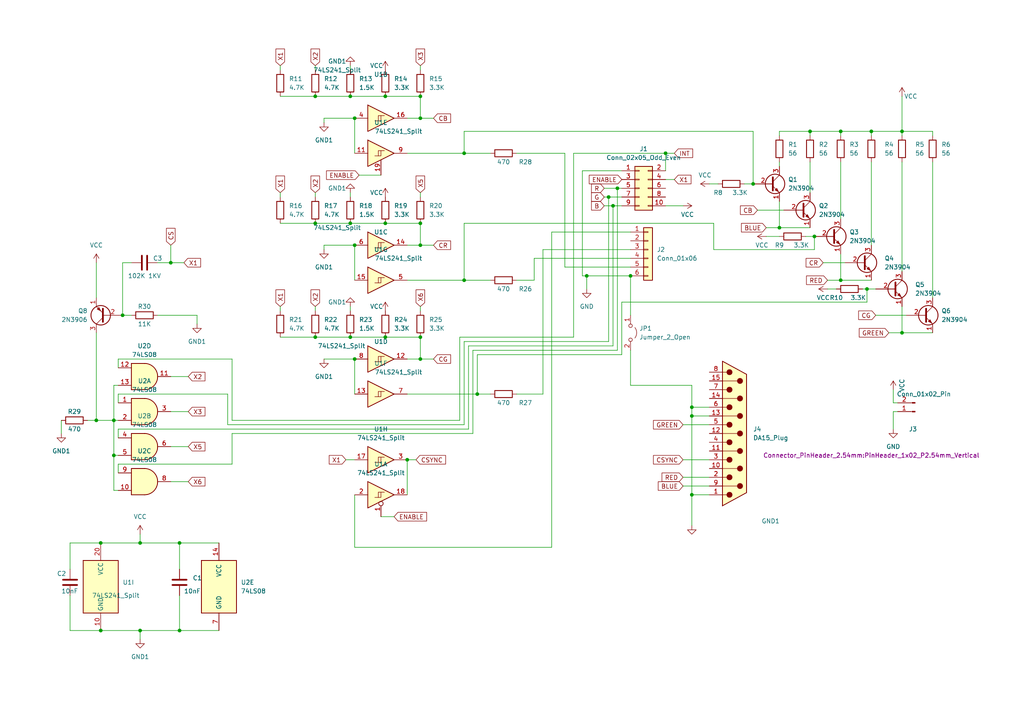
<source format=kicad_sch>
(kicad_sch (version 20230121) (generator eeschema)
  (paper "A4")
  (lib_symbols
    (symbol "74xx:74LS08" (pin_names (offset 1.016))
      (property "Reference" "U" (at 0 1.27 0))
      (property "Value" "74LS08" (at 0 -1.27 0))
      (symbol "74LS08_1_1"
        (pin input line (at -7.62 2.54 0) (length 3.81) (name "~") (number "1"))
        (pin input line (at -7.62 -2.54 0) (length 3.81) (name "~") (number "2"))
        (pin output line (at 7.62 0 180) (length 3.81) (name "~") (number "3"))
      )
      (symbol "74LS08_1_2"
        (pin input inverted (at -7.62 2.54 0) (length 4.318) (name "~") (number "1"))
        (pin input inverted (at -7.62 -2.54 0) (length 4.318) (name "~") (number "2"))
        (pin output inverted (at 7.62 0 180) (length 3.81) (name "~") (number "3"))
      )
      (symbol "74LS08_2_1"
        (pin input line (at -7.62 2.54 0) (length 3.81) (name "~") (number "4"))
        (pin input line (at -7.62 -2.54 0) (length 3.81) (name "~") (number "5"))
        (pin output line (at 7.62 0 180) (length 3.81) (name "~") (number "6"))
      )
      (symbol "74LS08_2_2"
        (pin input inverted (at -7.62 2.54 0) (length 4.318) (name "~") (number "4"))
        (pin input inverted (at -7.62 -2.54 0) (length 4.318) (name "~") (number "5"))
        (pin output inverted (at 7.62 0 180) (length 3.81) (name "~") (number "6"))
      )
      (symbol "74LS08_3_1"
        (pin input line (at -7.62 -2.54 0) (length 3.81) (name "~") (number "10"))
        (pin output line (at 7.62 0 180) (length 3.81) (name "~") (number "8"))
        (pin input line (at -7.62 2.54 0) (length 3.81) (name "~") (number "9"))
      )
      (symbol "74LS08_3_2"
        (pin input inverted (at -7.62 -2.54 0) (length 4.318) (name "~") (number "10"))
        (pin output inverted (at 7.62 0 180) (length 3.81) (name "~") (number "8"))
        (pin input inverted (at -7.62 2.54 0) (length 4.318) (name "~") (number "9"))
      )
      (symbol "74LS08_4_1"
        (pin output line (at 7.62 0 180) (length 3.81) (name "~") (number "11"))
        (pin input line (at -7.62 2.54 0) (length 3.81) (name "~") (number "12"))
        (pin input line (at -7.62 -2.54 0) (length 3.81) (name "~") (number "13"))
      )
      (symbol "74LS08_4_2"
        (pin output inverted (at 7.62 0 180) (length 3.81) (name "~") (number "11"))
        (pin input inverted (at -7.62 2.54 0) (length 4.318) (name "~") (number "12"))
        (pin input inverted (at -7.62 -2.54 0) (length 4.318) (name "~") (number "13"))
      )
      (symbol "74LS08_5_0"
        (pin power_in line (at 0 12.7 270) (length 5.08) (name "VCC") (number "14"))
        (pin power_in line (at 0 -12.7 90) (length 5.08) (name "GND") (number "7"))
      )
    )
    (symbol "74xx:74LS241_Split"
      (property "Reference" "U" (at 0 1.27 0))
      (property "Value" "74LS241_Split" (at 0 -1.27 0))
      (symbol "74LS241_Split_1_0"
        (pin input inverted (at 0 -6.35 90) (length 4.445) (name "~") (number "1"))
        (pin tri_state line (at 7.62 0 180) (length 3.81) (name "~") (number "18"))
        (pin input line (at -7.62 0 0) (length 3.81) (name "~") (number "2"))
      )
      (symbol "74LS241_Split_2_0"
        (pin tri_state line (at 7.62 0 180) (length 3.81) (name "~") (number "16"))
        (pin input line (at -7.62 0 0) (length 3.81) (name "~") (number "4"))
      )
      (symbol "74LS241_Split_3_0"
        (pin tri_state line (at 7.62 0 180) (length 3.81) (name "~") (number "14"))
        (pin input line (at -7.62 0 0) (length 3.81) (name "~") (number "6"))
      )
      (symbol "74LS241_Split_4_0"
        (pin tri_state line (at 7.62 0 180) (length 3.81) (name "~") (number "12"))
        (pin input line (at -7.62 0 0) (length 3.81) (name "~") (number "8"))
      )
      (symbol "74LS241_Split_5_0"
        (pin input line (at -7.62 0 0) (length 3.81) (name "~") (number "11"))
        (pin input line (at 0 -6.35 90) (length 4.445) (name "~") (number "19"))
        (pin tri_state line (at 7.62 0 180) (length 3.81) (name "~") (number "9"))
      )
      (symbol "74LS241_Split_6_0"
        (pin input line (at -7.62 0 0) (length 3.81) (name "~") (number "13"))
        (pin tri_state line (at 7.62 0 180) (length 3.81) (name "~") (number "7"))
      )
      (symbol "74LS241_Split_7_0"
        (pin input line (at -7.62 0 0) (length 3.81) (name "~") (number "15"))
        (pin tri_state line (at 7.62 0 180) (length 3.81) (name "~") (number "5"))
      )
      (symbol "74LS241_Split_8_0"
        (pin input line (at -7.62 0 0) (length 3.81) (name "~") (number "17"))
        (pin tri_state line (at 7.62 0 180) (length 3.81) (name "~") (number "3"))
      )
      (symbol "74LS241_Split_9_0"
        (pin power_in line (at 0 -12.7 90) (length 5.08) (name "GND") (number "10"))
        (pin power_in line (at 0 12.7 270) (length 5.08) (name "VCC") (number "20"))
      )
    )
    (symbol "Connector:Conn_01x02_Pin" (pin_names (offset 1.016) hide)
      (property "Reference" "J" (at 0 2.54 0))
      (property "Value" "Conn_01x02_Pin" (at 0 -5.08 0))
      (symbol "Conn_01x02_Pin_1_1"
        (pin passive line (at 5.08 0 180) (length 3.81) (name "Pin_1") (number "1"))
        (pin passive line (at 5.08 -2.54 180) (length 3.81) (name "Pin_2") (number "2"))
      )
    )
    (symbol "Connector:DA15_Plug" (pin_names (offset 1.016) hide)
      (property "Reference" "J" (at 0.508 21.59 0))
      (property "Value" "DA15_Plug" (at 0 -22.225 0))
      (symbol "DA15_Plug_1_1"
        (pin passive line (at -7.62 -17.78 0) (length 3.81) (name "1") (number "1"))
        (pin passive line (at -7.62 -10.16 0) (length 3.81) (name "P10") (number "10"))
        (pin passive line (at -7.62 -5.08 0) (length 3.81) (name "P111") (number "11"))
        (pin passive line (at -7.62 0 0) (length 3.81) (name "P12") (number "12"))
        (pin passive line (at -7.62 5.08 0) (length 3.81) (name "P13") (number "13"))
        (pin passive line (at -7.62 10.16 0) (length 3.81) (name "P14") (number "14"))
        (pin passive line (at -7.62 15.24 0) (length 3.81) (name "P15") (number "15"))
        (pin passive line (at -7.62 -12.7 0) (length 3.81) (name "2") (number "2"))
        (pin passive line (at -7.62 -7.62 0) (length 3.81) (name "3") (number "3"))
        (pin passive line (at -7.62 -2.54 0) (length 3.81) (name "4") (number "4"))
        (pin passive line (at -7.62 2.54 0) (length 3.81) (name "5") (number "5"))
        (pin passive line (at -7.62 7.62 0) (length 3.81) (name "6") (number "6"))
        (pin passive line (at -7.62 12.7 0) (length 3.81) (name "7") (number "7"))
        (pin passive line (at -7.62 17.78 0) (length 3.81) (name "8") (number "8"))
        (pin passive line (at -7.62 -15.24 0) (length 3.81) (name "P9") (number "9"))
      )
    )
    (symbol "Connector_Generic:Conn_01x06" (pin_names (offset 1.016) hide)
      (property "Reference" "J" (at 0 7.62 0))
      (property "Value" "Conn_01x06" (at 0 -10.16 0))
      (symbol "Conn_01x06_1_1"
        (pin passive line (at -5.08 5.08 0) (length 3.81) (name "Pin_1") (number "1"))
        (pin passive line (at -5.08 2.54 0) (length 3.81) (name "Pin_2") (number "2"))
        (pin passive line (at -5.08 0 0) (length 3.81) (name "Pin_3") (number "3"))
        (pin passive line (at -5.08 -2.54 0) (length 3.81) (name "Pin_4") (number "4"))
        (pin passive line (at -5.08 -5.08 0) (length 3.81) (name "Pin_5") (number "5"))
        (pin passive line (at -5.08 -7.62 0) (length 3.81) (name "Pin_6") (number "6"))
      )
    )
    (symbol "Connector_Generic:Conn_02x05_Odd_Even" (pin_names (offset 1.016) hide)
      (property "Reference" "J" (at 1.27 7.62 0))
      (property "Value" "Conn_02x05_Odd_Even" (at 1.27 -7.62 0))
      (symbol "Conn_02x05_Odd_Even_1_1"
        (pin passive line (at -5.08 5.08 0) (length 3.81) (name "Pin_1") (number "1"))
        (pin passive line (at 7.62 -5.08 180) (length 3.81) (name "Pin_10") (number "10"))
        (pin passive line (at 7.62 5.08 180) (length 3.81) (name "Pin_2") (number "2"))
        (pin passive line (at -5.08 2.54 0) (length 3.81) (name "Pin_3") (number "3"))
        (pin passive line (at 7.62 2.54 180) (length 3.81) (name "Pin_4") (number "4"))
        (pin passive line (at -5.08 0 0) (length 3.81) (name "Pin_5") (number "5"))
        (pin passive line (at 7.62 0 180) (length 3.81) (name "Pin_6") (number "6"))
        (pin passive line (at -5.08 -2.54 0) (length 3.81) (name "Pin_7") (number "7"))
        (pin passive line (at 7.62 -2.54 180) (length 3.81) (name "Pin_8") (number "8"))
        (pin passive line (at -5.08 -5.08 0) (length 3.81) (name "Pin_9") (number "9"))
      )
    )
    (symbol "Device:C" (pin_numbers hide) (pin_names (offset 0.254))
      (property "Reference" "C" (at 0.635 2.54 0))
      (property "Value" "C" (at 0.635 -2.54 0))
      (symbol "C_1_1"
        (pin passive line (at 0 3.81 270) (length 2.794) (name "~") (number "1"))
        (pin passive line (at 0 -3.81 90) (length 2.794) (name "~") (number "2"))
      )
    )
    (symbol "Device:R" (pin_numbers hide) (pin_names (offset 0))
      (property "Reference" "R" (at 2.032 0 90))
      (property "Value" "R" (at 0 0 90))
      (symbol "R_1_1"
        (pin passive line (at 0 3.81 270) (length 1.27) (name "~") (number "1"))
        (pin passive line (at 0 -3.81 90) (length 1.27) (name "~") (number "2"))
      )
    )
    (symbol "Jumper:Jumper_2_Open" (pin_names (offset 0) hide)
      (property "Reference" "JP" (at 0 2.794 0))
      (property "Value" "Jumper_2_Open" (at 0 -2.286 0))
      (symbol "Jumper_2_Open_1_1"
        (pin passive line (at -5.08 0 0) (length 2.54) (name "A") (number "1"))
        (pin passive line (at 5.08 0 180) (length 2.54) (name "B") (number "2"))
      )
    )
    (symbol "Transistor_BJT:2N3904" (pin_names (offset 0) hide)
      (property "Reference" "Q" (at 5.08 1.905 0))
      (property "Value" "2N3904" (at 5.08 0 0))
      (symbol "2N3904_1_1"
        (pin passive line (at 2.54 -5.08 90) (length 2.54) (name "E") (number "1"))
        (pin passive line (at -5.08 0 0) (length 5.715) (name "B") (number "2"))
        (pin passive line (at 2.54 5.08 270) (length 2.54) (name "C") (number "3"))
      )
    )
    (symbol "Transistor_BJT:2N3906" (pin_names (offset 0) hide)
      (property "Reference" "Q" (at 5.08 1.905 0))
      (property "Value" "2N3906" (at 5.08 0 0))
      (symbol "2N3906_1_1"
        (pin passive line (at 2.54 -5.08 90) (length 2.54) (name "E") (number "1"))
        (pin input line (at -5.08 0 0) (length 5.715) (name "B") (number "2"))
        (pin passive line (at 2.54 5.08 270) (length 2.54) (name "C") (number "3"))
      )
    )
    (symbol "power:GND" (power) (pin_names (offset 0))
      (property "Value" "GND" (at 0 -3.81 0))
      (symbol "GND_1_1"
        (pin power_in line (at 0 0 270) (length 0) hide (name "GND") (number "1"))
      )
    )
    (symbol "power:GND1" (power) (pin_names (offset 0))
      (property "Value" "GND1" (at 0 -3.81 0))
      (symbol "GND1_1_1"
        (pin power_in line (at 0 0 270) (length 0) hide (name "GND1") (number "1"))
      )
    )
    (symbol "power:VCC" (power) (pin_names (offset 0))
      (property "Value" "VCC" (at 0 3.81 0))
      (symbol "VCC_1_1"
        (pin power_in line (at 0 0 90) (length 0) hide (name "VCC") (number "1"))
      )
    )
  )
  (junction (at 170.18 80.01))
  (junction (at 261.62 38.1))
  (junction (at 177.8 59.69))
  (junction (at 29.21 157.48))
  (junction (at 134.62 81.28))
  (junction (at 176.53 57.15))
  (junction (at 236.22 68.58))
  (junction (at 111.76 27.94))
  (junction (at 91.44 27.94))
  (junction (at 91.44 97.79))
  (junction (at 121.92 27.94))
  (junction (at 121.92 64.77))
  (junction (at 118.11 133.35))
  (junction (at 35.56 91.44))
  (junction (at 91.44 64.77))
  (junction (at 218.44 53.34))
  (junction (at 234.95 38.1))
  (junction (at 49.53 76.2))
  (junction (at 193.04 44.45))
  (junction (at 252.73 38.1))
  (junction (at 200.66 120.65))
  (junction (at 52.07 157.48))
  (junction (at 121.92 97.79))
  (junction (at 102.87 34.29))
  (junction (at 40.64 157.48))
  (junction (at 261.62 96.52))
  (junction (at 29.21 182.88))
  (junction (at 102.87 71.12))
  (junction (at 134.62 44.45))
  (junction (at 121.92 71.12))
  (junction (at 251.46 83.82))
  (junction (at 200.66 143.51))
  (junction (at 121.92 34.29))
  (junction (at 179.07 54.61))
  (junction (at 52.07 182.88))
  (junction (at 243.84 81.28))
  (junction (at 138.43 114.3))
  (junction (at 182.88 80.01))
  (junction (at 27.94 121.92))
  (junction (at 200.66 118.11))
  (junction (at 33.02 132.08))
  (junction (at 101.6 64.77))
  (junction (at 226.06 66.04))
  (junction (at 121.92 104.14))
  (junction (at 111.76 64.77))
  (junction (at 101.6 97.79))
  (junction (at 102.87 104.14))
  (junction (at 40.64 182.88))
  (junction (at 111.76 97.79))
  (junction (at 101.6 27.94))
  (junction (at 243.84 38.1))
  (junction (at 33.02 121.92))
  (wire (pts (xy 226.06 46.99) (xy 226.06 48.26)))
  (wire (pts (xy 198.12 59.69) (xy 193.04 59.69)))
  (wire (pts (xy 175.26 54.61) (xy 179.07 54.61)))
  (wire (pts (xy 252.73 38.1) (xy 252.73 39.37)))
  (wire (pts (xy 133.35 121.92) (xy 133.35 97.79)))
  (wire (pts (xy 200.66 120.65) (xy 205.74 120.65)))
  (wire (pts (xy 102.87 71.12) (xy 102.87 81.28)))
  (wire (pts (xy 66.04 123.19) (xy 66.04 114.3)))
  (wire (pts (xy 121.92 97.79) (xy 121.92 104.14)))
  (wire (pts (xy 259.08 113.03) (xy 259.08 116.84)))
  (wire (pts (xy 134.62 99.06) (xy 134.62 123.19)))
  (wire (pts (xy 176.53 57.15) (xy 180.34 57.15)))
  (wire (pts (xy 57.15 91.44) (xy 57.15 93.98)))
  (wire (pts (xy 40.64 182.88) (xy 52.07 182.88)))
  (wire (pts (xy 270.51 38.1) (xy 270.51 39.37)))
  (wire (pts (xy 243.84 38.1) (xy 243.84 39.37)))
  (wire (pts (xy 121.92 71.12) (xy 125.73 71.12)))
  (wire (pts (xy 163.83 44.45) (xy 149.86 44.45)))
  (wire (pts (xy 205.74 118.11) (xy 200.66 118.11)))
  (wire (pts (xy 35.56 76.2) (xy 35.56 91.44)))
  (wire (pts (xy 198.12 133.35) (xy 205.74 133.35)))
  (wire (pts (xy 81.28 55.88) (xy 81.28 57.15)))
  (wire (pts (xy 260.35 119.38) (xy 259.08 119.38)))
  (wire (pts (xy 168.91 49.53) (xy 168.91 80.01)))
  (wire (pts (xy 200.66 111.76) (xy 200.66 118.11)))
  (wire (pts (xy 251.46 87.63) (xy 180.34 87.63)))
  (wire (pts (xy 182.88 111.76) (xy 200.66 111.76)))
  (wire (pts (xy 182.88 101.6) (xy 182.88 111.76)))
  (wire (pts (xy 34.29 127) (xy 34.29 124.46)))
  (wire (pts (xy 27.94 121.92) (xy 33.02 121.92)))
  (wire (pts (xy 20.32 157.48) (xy 29.21 157.48)))
  (wire (pts (xy 261.62 96.52) (xy 270.51 96.52)))
  (wire (pts (xy 34.29 132.08) (xy 33.02 132.08)))
  (wire (pts (xy 40.64 154.94) (xy 40.64 157.48)))
  (wire (pts (xy 251.46 83.82) (xy 254 83.82)))
  (wire (pts (xy 135.89 124.46) (xy 135.89 100.33)))
  (wire (pts (xy 154.94 81.28) (xy 154.94 74.93)))
  (wire (pts (xy 67.31 134.62) (xy 67.31 125.73)))
  (wire (pts (xy 179.07 54.61) (xy 180.34 54.61)))
  (wire (pts (xy 52.07 182.88) (xy 63.5 182.88)))
  (wire (pts (xy 134.62 123.19) (xy 66.04 123.19)))
  (wire (pts (xy 33.02 121.92) (xy 33.02 132.08)))
  (wire (pts (xy 121.92 55.88) (xy 121.92 57.15)))
  (wire (pts (xy 200.66 143.51) (xy 200.66 152.4)))
  (wire (pts (xy 133.35 97.79) (xy 166.37 97.79)))
  (wire (pts (xy 34.29 111.76) (xy 33.02 111.76)))
  (wire (pts (xy 219.71 60.96) (xy 227.33 60.96)))
  (wire (pts (xy 101.6 64.77) (xy 111.76 64.77)))
  (wire (pts (xy 175.26 59.69) (xy 177.8 59.69)))
  (wire (pts (xy 81.28 88.9) (xy 81.28 90.17)))
  (wire (pts (xy 226.06 38.1) (xy 234.95 38.1)))
  (wire (pts (xy 63.5 157.48) (xy 52.07 157.48)))
  (wire (pts (xy 270.51 46.99) (xy 270.51 86.36)))
  (wire (pts (xy 135.89 100.33) (xy 177.8 100.33)))
  (wire (pts (xy 177.8 59.69) (xy 180.34 59.69)))
  (wire (pts (xy 200.66 120.65) (xy 200.66 143.51)))
  (wire (pts (xy 118.11 44.45) (xy 134.62 44.45)))
  (wire (pts (xy 251.46 83.82) (xy 251.46 87.63)))
  (wire (pts (xy 101.6 97.79) (xy 111.76 97.79)))
  (wire (pts (xy 118.11 71.12) (xy 121.92 71.12)))
  (wire (pts (xy 45.72 76.2) (xy 49.53 76.2)))
  (wire (pts (xy 261.62 27.94) (xy 261.62 38.1)))
  (wire (pts (xy 257.81 96.52) (xy 261.62 96.52)))
  (wire (pts (xy 238.76 76.2) (xy 245.11 76.2)))
  (wire (pts (xy 27.94 76.2) (xy 27.94 86.36)))
  (wire (pts (xy 27.94 96.52) (xy 27.94 121.92)))
  (wire (pts (xy 100.33 133.35) (xy 102.87 133.35)))
  (wire (pts (xy 91.44 88.9) (xy 91.44 90.17)))
  (wire (pts (xy 205.74 143.51) (xy 200.66 143.51)))
  (wire (pts (xy 252.73 46.99) (xy 252.73 71.12)))
  (wire (pts (xy 193.04 44.45) (xy 166.37 44.45)))
  (wire (pts (xy 133.35 121.92) (xy 67.31 121.92)))
  (wire (pts (xy 134.62 64.77) (xy 207.01 64.77)))
  (wire (pts (xy 193.04 44.45) (xy 195.58 44.45)))
  (wire (pts (xy 177.8 100.33) (xy 177.8 59.69)))
  (wire (pts (xy 101.6 55.88) (xy 101.6 57.15)))
  (wire (pts (xy 101.6 88.9) (xy 101.6 90.17)))
  (wire (pts (xy 207.01 64.77) (xy 207.01 72.39)))
  (wire (pts (xy 102.87 71.12) (xy 93.98 71.12)))
  (wire (pts (xy 93.98 104.14) (xy 102.87 104.14)))
  (wire (pts (xy 102.87 158.75) (xy 102.87 143.51)))
  (wire (pts (xy 180.34 87.63) (xy 180.34 102.87)))
  (wire (pts (xy 252.73 38.1) (xy 261.62 38.1)))
  (wire (pts (xy 102.87 104.14) (xy 102.87 114.3)))
  (wire (pts (xy 17.78 121.92) (xy 17.78 125.73)))
  (wire (pts (xy 138.43 114.3) (xy 142.24 114.3)))
  (wire (pts (xy 20.32 157.48) (xy 20.32 165.1)))
  (wire (pts (xy 163.83 77.47) (xy 182.88 77.47)))
  (wire (pts (xy 261.62 46.99) (xy 261.62 78.74)))
  (wire (pts (xy 49.53 76.2) (xy 53.34 76.2)))
  (wire (pts (xy 198.12 123.19) (xy 205.74 123.19)))
  (wire (pts (xy 149.86 114.3) (xy 157.48 114.3)))
  (wire (pts (xy 234.95 38.1) (xy 234.95 39.37)))
  (wire (pts (xy 33.02 132.08) (xy 33.02 142.24)))
  (wire (pts (xy 234.95 38.1) (xy 243.84 38.1)))
  (wire (pts (xy 20.32 182.88) (xy 29.21 182.88)))
  (wire (pts (xy 240.03 83.82) (xy 242.57 83.82)))
  (wire (pts (xy 118.11 133.35) (xy 118.11 143.51)))
  (wire (pts (xy 118.11 133.35) (xy 120.65 133.35)))
  (wire (pts (xy 34.29 124.46) (xy 135.89 124.46)))
  (wire (pts (xy 176.53 57.15) (xy 176.53 99.06)))
  (wire (pts (xy 118.11 114.3) (xy 138.43 114.3)))
  (wire (pts (xy 93.98 71.12) (xy 93.98 72.39)))
  (wire (pts (xy 34.29 114.3) (xy 34.29 116.84)))
  (wire (pts (xy 134.62 64.77) (xy 134.62 81.28)))
  (wire (pts (xy 93.98 35.56) (xy 93.98 34.29)))
  (wire (pts (xy 40.64 182.88) (xy 40.64 185.42)))
  (wire (pts (xy 226.06 58.42) (xy 226.06 66.04)))
  (wire (pts (xy 91.44 55.88) (xy 91.44 57.15)))
  (wire (pts (xy 218.44 38.1) (xy 134.62 38.1)))
  (wire (pts (xy 160.02 158.75) (xy 102.87 158.75)))
  (wire (pts (xy 81.28 97.79) (xy 91.44 97.79)))
  (wire (pts (xy 91.44 27.94) (xy 101.6 27.94)))
  (wire (pts (xy 166.37 44.45) (xy 166.37 97.79)))
  (wire (pts (xy 170.18 80.01) (xy 182.88 80.01)))
  (wire (pts (xy 33.02 142.24) (xy 34.29 142.24)))
  (wire (pts (xy 240.03 81.28) (xy 243.84 81.28)))
  (wire (pts (xy 215.9 53.34) (xy 218.44 53.34)))
  (wire (pts (xy 222.25 66.04) (xy 226.06 66.04)))
  (wire (pts (xy 40.64 157.48) (xy 52.07 157.48)))
  (wire (pts (xy 111.76 64.77) (xy 121.92 64.77)))
  (wire (pts (xy 243.84 73.66) (xy 243.84 81.28)))
  (wire (pts (xy 33.02 111.76) (xy 33.02 121.92)))
  (wire (pts (xy 200.66 118.11) (xy 200.66 120.65)))
  (wire (pts (xy 179.07 101.6) (xy 137.16 101.6)))
  (wire (pts (xy 91.44 97.79) (xy 101.6 97.79)))
  (wire (pts (xy 110.49 149.86) (xy 114.3 149.86)))
  (wire (pts (xy 175.26 57.15) (xy 176.53 57.15)))
  (wire (pts (xy 179.07 101.6) (xy 179.07 54.61)))
  (wire (pts (xy 66.04 114.3) (xy 34.29 114.3)))
  (wire (pts (xy 102.87 34.29) (xy 102.87 44.45)))
  (wire (pts (xy 111.76 97.79) (xy 121.92 97.79)))
  (wire (pts (xy 182.88 91.44) (xy 182.88 80.01)))
  (wire (pts (xy 67.31 125.73) (xy 137.16 125.73)))
  (wire (pts (xy 49.53 71.12) (xy 49.53 76.2)))
  (wire (pts (xy 182.88 67.31) (xy 160.02 67.31)))
  (wire (pts (xy 149.86 81.28) (xy 154.94 81.28)))
  (wire (pts (xy 121.92 88.9) (xy 121.92 90.17)))
  (wire (pts (xy 35.56 76.2) (xy 38.1 76.2)))
  (wire (pts (xy 91.44 64.77) (xy 101.6 64.77)))
  (wire (pts (xy 236.22 68.58) (xy 236.22 72.39)))
  (wire (pts (xy 81.28 64.77) (xy 91.44 64.77)))
  (wire (pts (xy 222.25 68.58) (xy 226.06 68.58)))
  (wire (pts (xy 34.29 134.62) (xy 67.31 134.62)))
  (wire (pts (xy 49.53 109.22) (xy 54.61 109.22)))
  (wire (pts (xy 218.44 53.34) (xy 218.44 38.1)))
  (wire (pts (xy 193.04 52.07) (xy 195.58 52.07)))
  (wire (pts (xy 138.43 102.87) (xy 180.34 102.87)))
  (wire (pts (xy 91.44 19.05) (xy 91.44 20.32)))
  (wire (pts (xy 121.92 104.14) (xy 125.73 104.14)))
  (wire (pts (xy 121.92 19.05) (xy 121.92 20.32)))
  (wire (pts (xy 233.68 68.58) (xy 236.22 68.58)))
  (wire (pts (xy 254 91.44) (xy 262.89 91.44)))
  (wire (pts (xy 261.62 38.1) (xy 270.51 38.1)))
  (wire (pts (xy 134.62 38.1) (xy 134.62 44.45)))
  (wire (pts (xy 67.31 104.14) (xy 67.31 121.92)))
  (wire (pts (xy 121.92 27.94) (xy 121.92 34.29)))
  (wire (pts (xy 259.08 119.38) (xy 259.08 124.46)))
  (wire (pts (xy 226.06 38.1) (xy 226.06 39.37)))
  (wire (pts (xy 52.07 172.72) (xy 52.07 182.88)))
  (wire (pts (xy 101.6 27.94) (xy 111.76 27.94)))
  (wire (pts (xy 118.11 81.28) (xy 134.62 81.28)))
  (wire (pts (xy 205.74 53.34) (xy 208.28 53.34)))
  (wire (pts (xy 205.74 140.97) (xy 198.12 140.97)))
  (wire (pts (xy 101.6 19.05) (xy 101.6 20.32)))
  (wire (pts (xy 142.24 81.28) (xy 134.62 81.28)))
  (wire (pts (xy 20.32 172.72) (xy 20.32 182.88)))
  (wire (pts (xy 52.07 157.48) (xy 52.07 165.1)))
  (wire (pts (xy 34.29 134.62) (xy 34.29 137.16)))
  (wire (pts (xy 49.53 119.38) (xy 54.61 119.38)))
  (wire (pts (xy 25.4 121.92) (xy 27.94 121.92)))
  (wire (pts (xy 226.06 66.04) (xy 234.95 66.04)))
  (wire (pts (xy 137.16 101.6) (xy 137.16 125.73)))
  (wire (pts (xy 236.22 72.39) (xy 207.01 72.39)))
  (wire (pts (xy 111.76 27.94) (xy 121.92 27.94)))
  (wire (pts (xy 168.91 80.01) (xy 170.18 80.01)))
  (wire (pts (xy 154.94 74.93) (xy 182.88 74.93)))
  (wire (pts (xy 261.62 88.9) (xy 261.62 96.52)))
  (wire (pts (xy 40.64 182.88) (xy 29.21 182.88)))
  (wire (pts (xy 67.31 104.14) (xy 34.29 104.14)))
  (wire (pts (xy 234.95 46.99) (xy 234.95 55.88)))
  (wire (pts (xy 157.48 72.39) (xy 157.48 114.3)))
  (wire (pts (xy 250.19 83.82) (xy 251.46 83.82)))
  (wire (pts (xy 193.04 49.53) (xy 193.04 44.45)))
  (wire (pts (xy 33.02 121.92) (xy 34.29 121.92)))
  (wire (pts (xy 243.84 38.1) (xy 252.73 38.1)))
  (wire (pts (xy 134.62 99.06) (xy 176.53 99.06)))
  (wire (pts (xy 261.62 38.1) (xy 261.62 39.37)))
  (wire (pts (xy 45.72 91.44) (xy 57.15 91.44)))
  (wire (pts (xy 163.83 44.45) (xy 163.83 77.47)))
  (wire (pts (xy 118.11 34.29) (xy 121.92 34.29)))
  (wire (pts (xy 259.08 116.84) (xy 260.35 116.84)))
  (wire (pts (xy 121.92 64.77) (xy 121.92 71.12)))
  (wire (pts (xy 49.53 139.7) (xy 54.61 139.7)))
  (wire (pts (xy 134.62 44.45) (xy 142.24 44.45)))
  (wire (pts (xy 243.84 81.28) (xy 252.73 81.28)))
  (wire (pts (xy 160.02 67.31) (xy 160.02 158.75)))
  (wire (pts (xy 49.53 129.54) (xy 54.61 129.54)))
  (wire (pts (xy 34.29 104.14) (xy 34.29 106.68)))
  (wire (pts (xy 81.28 27.94) (xy 91.44 27.94)))
  (wire (pts (xy 121.92 34.29) (xy 125.73 34.29)))
  (wire (pts (xy 29.21 157.48) (xy 40.64 157.48)))
  (wire (pts (xy 170.18 80.01) (xy 170.18 83.82)))
  (wire (pts (xy 81.28 19.05) (xy 81.28 20.32)))
  (wire (pts (xy 168.91 49.53) (xy 180.34 49.53)))
  (wire (pts (xy 243.84 46.99) (xy 243.84 63.5)))
  (wire (pts (xy 104.14 50.8) (xy 110.49 50.8)))
  (wire (pts (xy 182.88 72.39) (xy 157.48 72.39)))
  (wire (pts (xy 93.98 34.29) (xy 102.87 34.29)))
  (wire (pts (xy 138.43 102.87) (xy 138.43 114.3)))
  (wire (pts (xy 198.12 138.43) (xy 205.74 138.43)))
  (wire (pts (xy 118.11 104.14) (xy 121.92 104.14)))
  (wire (pts (xy 35.56 91.44) (xy 38.1 91.44)))
  (global_label "R" (shape input) (at 175.26 54.61 180) (property "Intersheetrefs" "${INTERSHEET_REFS}" (effects hide)))
  (global_label "CR" (shape input) (at 238.76 76.2 180) (property "Intersheetrefs" "${INTERSHEET_REFS}" (effects hide)))
  (global_label "CB" (shape input) (at 125.73 34.29 0) (property "Intersheetrefs" "${INTERSHEET_REFS}" (effects hide)))
  (global_label "B" (shape input) (at 175.26 59.69 180) (property "Intersheetrefs" "${INTERSHEET_REFS}" (effects hide)))
  (global_label "CS" (shape input) (at 49.53 71.12 90) (property "Intersheetrefs" "${INTERSHEET_REFS}" (effects hide)))
  (global_label "CG" (shape input) (at 254 91.44 180) (property "Intersheetrefs" "${INTERSHEET_REFS}" (effects hide)))
  (global_label "CG" (shape input) (at 125.73 104.14 0) (property "Intersheetrefs" "${INTERSHEET_REFS}" (effects hide)))
  (global_label "RED" (shape input) (at 240.03 81.28 180) (property "Intersheetrefs" "${INTERSHEET_REFS}" (effects hide)))
  (global_label "X1" (shape input) (at 81.28 19.05 90) (property "Intersheetrefs" "${INTERSHEET_REFS}" (effects hide)))
  (global_label "ENABLE" (shape input) (at 104.14 50.8 180) (property "Intersheetrefs" "${INTERSHEET_REFS}" (effects hide)))
  (global_label "X3" (shape input) (at 54.61 119.38 0) (property "Intersheetrefs" "${INTERSHEET_REFS}" (effects hide)))
  (global_label "X1" (shape input) (at 195.58 52.07 0) (property "Intersheetrefs" "${INTERSHEET_REFS}" (effects hide)))
  (global_label "X2" (shape input) (at 54.61 109.22 0) (property "Intersheetrefs" "${INTERSHEET_REFS}" (effects hide)))
  (global_label "BLUE" (shape input) (at 198.12 140.97 180) (property "Intersheetrefs" "${INTERSHEET_REFS}" (effects hide)))
  (global_label "ENABLE" (shape input) (at 114.3 149.86 0) (property "Intersheetrefs" "${INTERSHEET_REFS}" (effects hide)))
  (global_label "X5" (shape input) (at 54.61 129.54 0) (property "Intersheetrefs" "${INTERSHEET_REFS}" (effects hide)))
  (global_label "X5" (shape input) (at 121.92 55.88 90) (property "Intersheetrefs" "${INTERSHEET_REFS}" (effects hide)))
  (global_label "X2" (shape input) (at 91.44 55.88 90) (property "Intersheetrefs" "${INTERSHEET_REFS}" (effects hide)))
  (global_label "GREEN" (shape input) (at 198.12 123.19 180) (property "Intersheetrefs" "${INTERSHEET_REFS}" (effects hide)))
  (global_label "CSYNC" (shape input) (at 198.12 133.35 180) (property "Intersheetrefs" "${INTERSHEET_REFS}" (effects hide)))
  (global_label "G" (shape input) (at 175.26 57.15 180) (property "Intersheetrefs" "${INTERSHEET_REFS}" (effects hide)))
  (global_label "BLUE" (shape input) (at 222.25 66.04 180) (property "Intersheetrefs" "${INTERSHEET_REFS}" (effects hide)))
  (global_label "X1" (shape input) (at 81.28 55.88 90) (property "Intersheetrefs" "${INTERSHEET_REFS}" (effects hide)))
  (global_label "X1" (shape input) (at 81.28 88.9 90) (property "Intersheetrefs" "${INTERSHEET_REFS}" (effects hide)))
  (global_label "CR" (shape input) (at 125.73 71.12 0) (property "Intersheetrefs" "${INTERSHEET_REFS}" (effects hide)))
  (global_label "X6" (shape input) (at 54.61 139.7 0) (property "Intersheetrefs" "${INTERSHEET_REFS}" (effects hide)))
  (global_label "CB" (shape input) (at 219.71 60.96 180) (property "Intersheetrefs" "${INTERSHEET_REFS}" (effects hide)))
  (global_label "ENABLE" (shape input) (at 180.34 52.07 180) (property "Intersheetrefs" "${INTERSHEET_REFS}" (effects hide)))
  (global_label "X2" (shape input) (at 91.44 19.05 90) (property "Intersheetrefs" "${INTERSHEET_REFS}" (effects hide)))
  (global_label "GREEN" (shape input) (at 257.81 96.52 180) (property "Intersheetrefs" "${INTERSHEET_REFS}" (effects hide)))
  (global_label "X2" (shape input) (at 91.44 88.9 90) (property "Intersheetrefs" "${INTERSHEET_REFS}" (effects hide)))
  (global_label "CSYNC" (shape input) (at 120.65 133.35 0) (property "Intersheetrefs" "${INTERSHEET_REFS}" (effects hide)))
  (global_label "RED" (shape input) (at 198.12 138.43 180) (property "Intersheetrefs" "${INTERSHEET_REFS}" (effects hide)))
  (global_label "X6" (shape input) (at 121.92 88.9 90) (property "Intersheetrefs" "${INTERSHEET_REFS}" (effects hide)))
  (global_label "X1" (shape input) (at 53.34 76.2 0) (property "Intersheetrefs" "${INTERSHEET_REFS}" (effects hide)))
  (global_label "X1" (shape input) (at 100.33 133.35 180) (property "Intersheetrefs" "${INTERSHEET_REFS}" (effects hide)))
  (global_label "INT" (shape input) (at 195.58 44.45 0) (property "Intersheetrefs" "${INTERSHEET_REFS}" (effects hide)))
  (global_label "X3" (shape input) (at 121.92 19.05 90) (property "Intersheetrefs" "${INTERSHEET_REFS}" (effects hide)))
  (symbol (lib_id "power:VCC") (at 222.25 68.58 90) (unit 1)
    (property "Reference" "#PWR015" (effects hide))
    (property "Value" "VCC" (at 220.98 71.12 90))
  )
  (symbol (lib_id "Device:R") (at 212.09 53.34 270) (unit 1)
    (property "Reference" "R8" (at 208.28 55.88 90))
    (property "Value" "3.3K" (at 214.63 55.88 90))
    (property "Footprint" "Resistor_THT:R_Axial_DIN0207_L6.3mm_D2.5mm_P10.16mm_Horizontal" (effects hide))
  )
  (symbol (lib_id "power:VCC") (at 40.64 154.94 0) (unit 1)
    (property "Reference" "#PWR06" (effects hide))
    (property "Value" "VCC" (at 40.64 149.86 0))
  )
  (symbol (lib_id "Device:R") (at 146.05 44.45 90) (unit 1)
    (property "Reference" "R28" (at 152.4 46.99 90))
    (property "Value" "470" (at 146.05 46.99 90))
    (property "Footprint" "Resistor_THT:R_Axial_DIN0207_L6.3mm_D2.5mm_P10.16mm_Horizontal" (effects hide))
  )
  (symbol (lib_id "Device:R") (at 121.92 60.96 180) (unit 1)
    (property "Reference" "R20" (at 124.46 59.69 0) (effects (justify right)))
    (property "Value" "3.3K" (at 124.46 62.23 0) (effects (justify right)))
    (property "Footprint" "Resistor_THT:R_Axial_DIN0207_L6.3mm_D2.5mm_P10.16mm_Horizontal" (effects hide))
  )
  (symbol (lib_id "Connector_Generic:Conn_02x05_Odd_Even") (at 185.42 54.61 0) (unit 1)
    (property "Reference" "J1" (at 186.69 43.18 0))
    (property "Value" "Conn_02x05_Odd_Even" (at 186.69 45.72 0))
    (property "Footprint" "Connector_PinHeader_2.54mm:PinHeader_2x05_P2.54mm_Vertical" (effects hide))
  )
  (symbol (lib_id "power:GND1") (at 57.15 93.98 0) (unit 1)
    (property "Reference" "#PWR018" (effects hide))
    (property "Value" "GND1" (at 57.15 99.06 0))
  )
  (symbol (lib_id "power:VCC") (at 111.76 57.15 0) (unit 1)
    (property "Reference" "#PWR011" (effects hide))
    (property "Value" "VCC" (at 109.22 55.88 0))
  )
  (symbol (lib_id "Transistor_BJT:2N3904") (at 232.41 60.96 0) (unit 1)
    (property "Reference" "Q2" (at 237.49 59.69 0) (effects (justify left)))
    (property "Value" "2N3904" (at 237.49 62.23 0) (effects (justify left)))
    (property "Footprint" "Package_TO_SOT_THT:TO-92_Inline" (effects hide))
    (property "Datasheet" "https://www.onsemi.com/pub/Collateral/2N3903-D.PDF" (effects hide))
  )
  (symbol (lib_id "power:VCC") (at 259.08 113.03 0) (unit 1)
    (property "Reference" "#PWR02" (effects hide))
    (property "Value" "VCC" (at 261.62 111.76 90))
  )
  (symbol (lib_id "Device:R") (at 226.06 43.18 0) (unit 1)
    (property "Reference" "R1" (at 228.6 41.91 0) (effects (justify left)))
    (property "Value" "56" (at 228.6 44.45 0) (effects (justify left)))
    (property "Footprint" "Resistor_THT:R_Axial_DIN0207_L6.3mm_D2.5mm_P10.16mm_Horizontal" (effects hide))
  )
  (symbol (lib_id "Device:R") (at 146.05 114.3 90) (unit 1)
    (property "Reference" "R27" (at 152.4 116.84 90))
    (property "Value" "470" (at 146.05 116.84 90))
    (property "Footprint" "Resistor_THT:R_Axial_DIN0207_L6.3mm_D2.5mm_P10.16mm_Horizontal" (effects hide))
  )
  (symbol (lib_id "Device:R") (at 81.28 24.13 180) (unit 1)
    (property "Reference" "R11" (at 83.82 22.86 0) (effects (justify right)))
    (property "Value" "4.7K" (at 83.82 25.4 0) (effects (justify right)))
    (property "Footprint" "Resistor_THT:R_Axial_DIN0207_L6.3mm_D2.5mm_P10.16mm_Horizontal" (effects hide))
  )
  (symbol (lib_id "74xx:74LS241_Split") (at 110.49 71.12 0) (unit 3)
    (property "Reference" "U1" (at 110.49 67.31 0))
    (property "Value" "74LS241_Split" (at 97.79 66.04 0))
    (property "Footprint" "Package_DIP:DIP-20_W7.62mm" (effects hide))
    (property "Datasheet" "http://www.ti.com/lit/ds/symlink/sn74ls241.pdf" (effects hide))
  )
  (symbol (lib_id "Connector:DA15_Plug") (at 213.36 125.73 0) (unit 1)
    (property "Reference" "J4" (at 218.44 124.46 0) (effects (justify left)))
    (property "Value" "DA15_Plug" (at 218.44 127 0) (effects (justify left)))
    (property "Footprint" "Connector_Dsub:DSUB-15_Female_Horizontal_P2.77x2.84mm_EdgePinOffset7.70mm_Housed_MountingHolesOffset9.12mm" (effects hide))
    (property "Datasheet" " ~" (effects hide))
  )
  (symbol (lib_id "Device:R") (at 121.92 24.13 180) (unit 1)
    (property "Reference" "R15" (at 124.46 22.86 0) (effects (justify right)))
    (property "Value" "3.3K" (at 124.46 25.4 0) (effects (justify right)))
    (property "Footprint" "Resistor_THT:R_Axial_DIN0207_L6.3mm_D2.5mm_P10.16mm_Horizontal" (effects hide))
  )
  (symbol (lib_id "Device:C") (at 52.07 168.91 0) (unit 1)
    (property "Reference" "C1" (at 55.88 167.64 0) (effects (justify left)))
    (property "Value" "10nF" (at 53.34 171.45 0) (effects (justify left)))
    (property "Footprint" "Capacitor_THT:C_Disc_D5.0mm_W2.5mm_P5.00mm" (effects hide))
  )
  (symbol (lib_id "74xx:74LS241_Split") (at 110.49 133.35 0) (unit 8)
    (property "Reference" "U1" (at 110.49 124.46 0))
    (property "Value" "74LS241_Split" (at 110.49 127 0))
    (property "Footprint" "Package_DIP:DIP-20_W7.62mm" (effects hide))
    (property "Datasheet" "http://www.ti.com/lit/ds/symlink/sn74ls241.pdf" (effects hide))
  )
  (symbol (lib_id "power:VCC") (at 261.62 27.94 0) (unit 1)
    (property "Reference" "#PWR023" (effects hide))
    (property "Value" "VCC" (at 264.16 27.94 0))
  )
  (symbol (lib_id "74xx:74LS08") (at 63.5 170.18 0) (unit 5)
    (property "Reference" "U2" (at 69.85 168.91 0) (effects (justify left)))
    (property "Value" "74LS08" (at 69.85 171.45 0) (effects (justify left)))
    (property "Footprint" "Package_DIP:DIP-14_W7.62mm" (effects hide))
    (property "Datasheet" "http://www.ti.com/lit/gpn/sn74LS08" (effects hide))
  )
  (symbol (lib_id "Device:R") (at 111.76 24.13 180) (unit 1)
    (property "Reference" "R14" (at 114.3 22.86 0) (effects (justify right)))
    (property "Value" "3.3K" (at 114.3 25.4 0) (effects (justify right)))
    (property "Footprint" "Resistor_THT:R_Axial_DIN0207_L6.3mm_D2.5mm_P10.16mm_Horizontal" (effects hide))
  )
  (symbol (lib_id "Device:C") (at 41.91 76.2 270) (unit 1)
    (property "Reference" "C3" (at 45.72 74.93 90))
    (property "Value" "102K 1KV" (at 41.91 80.01 90))
    (property "Footprint" "Capacitor_THT:C_Disc_D7.5mm_W5.0mm_P7.50mm" (effects hide))
  )
  (symbol (lib_id "74xx:74LS08") (at 41.91 139.7 0) (unit 3)
    (property "Reference" "U2" (at 41.9017 130.81 0))
    (property "Value" "74LS08" (at 41.9017 133.35 0))
    (property "Footprint" "Package_DIP:DIP-14_W7.62mm" (effects hide))
    (property "Datasheet" "http://www.ti.com/lit/gpn/sn74LS08" (effects hide))
  )
  (symbol (lib_id "Device:R") (at 111.76 60.96 180) (unit 1)
    (property "Reference" "R19" (at 114.3 59.69 0) (effects (justify right)))
    (property "Value" "3.3K" (at 114.3 62.23 0) (effects (justify right)))
    (property "Footprint" "Resistor_THT:R_Axial_DIN0207_L6.3mm_D2.5mm_P10.16mm_Horizontal" (effects hide))
  )
  (symbol (lib_id "power:VCC") (at 205.74 53.34 90) (unit 1)
    (property "Reference" "#PWR017" (effects hide))
    (property "Value" "VCC" (at 204.47 50.8 90))
  )
  (symbol (lib_id "Device:R") (at 146.05 81.28 90) (unit 1)
    (property "Reference" "R26" (at 152.4 83.82 90))
    (property "Value" "470" (at 146.05 83.82 90))
    (property "Footprint" "Resistor_THT:R_Axial_DIN0207_L6.3mm_D2.5mm_P10.16mm_Horizontal" (effects hide))
  )
  (symbol (lib_id "Device:R") (at 91.44 60.96 180) (unit 1)
    (property "Reference" "R17" (at 93.98 59.69 0) (effects (justify right)))
    (property "Value" "4.7K" (at 93.98 62.23 0) (effects (justify right)))
    (property "Footprint" "Resistor_THT:R_Axial_DIN0207_L6.3mm_D2.5mm_P10.16mm_Horizontal" (effects hide))
  )
  (symbol (lib_id "Device:R") (at 101.6 24.13 180) (unit 1)
    (property "Reference" "R13" (at 104.14 22.86 0) (effects (justify right)))
    (property "Value" "1.5K" (at 104.14 25.4 0) (effects (justify right)))
    (property "Footprint" "Resistor_THT:R_Axial_DIN0207_L6.3mm_D2.5mm_P10.16mm_Horizontal" (effects hide))
  )
  (symbol (lib_id "74xx:74LS08") (at 41.91 119.38 0) (unit 1)
    (property "Reference" "U2" (at 41.9017 110.49 0))
    (property "Value" "74LS08" (at 41.9017 113.03 0))
    (property "Footprint" "Package_DIP:DIP-14_W7.62mm" (effects hide))
    (property "Datasheet" "http://www.ti.com/lit/gpn/sn74LS08" (effects hide))
  )
  (symbol (lib_id "Transistor_BJT:2N3904") (at 259.08 83.82 0) (unit 1)
    (property "Reference" "Q5" (at 265.43 82.55 0) (effects (justify left)))
    (property "Value" "2N3904" (at 265.43 85.09 0) (effects (justify left)))
    (property "Footprint" "Package_TO_SOT_THT:TO-92_Inline" (effects hide))
    (property "Datasheet" "https://www.onsemi.com/pub/Collateral/2N3903-D.PDF" (effects hide))
  )
  (symbol (lib_id "Device:R") (at 41.91 91.44 90) (unit 1)
    (property "Reference" "R30" (at 41.91 88.9 90))
    (property "Value" "11K" (at 41.91 93.98 90))
    (property "Footprint" "Resistor_THT:R_Axial_DIN0207_L6.3mm_D2.5mm_P10.16mm_Horizontal" (effects hide))
  )
  (symbol (lib_id "power:GND1") (at 93.98 72.39 0) (unit 1)
    (property "Reference" "#PWR020" (effects hide))
    (property "Value" "GND1" (at 93.98 77.47 0))
  )
  (symbol (lib_id "Device:R") (at 81.28 60.96 180) (unit 1)
    (property "Reference" "R16" (at 83.82 59.69 0) (effects (justify right)))
    (property "Value" "4.7K" (at 83.82 62.23 0) (effects (justify right)))
    (property "Footprint" "Resistor_THT:R_Axial_DIN0207_L6.3mm_D2.5mm_P10.16mm_Horizontal" (effects hide))
  )
  (symbol (lib_id "Device:C") (at 20.32 168.91 0) (unit 1)
    (property "Reference" "C2" (at 16.51 166.37 0) (effects (justify left)))
    (property "Value" "10nF" (at 17.78 171.45 0) (effects (justify left)))
    (property "Footprint" "Capacitor_THT:C_Disc_D5.0mm_W2.5mm_P5.00mm" (effects hide))
  )
  (symbol (lib_id "Device:R") (at 91.44 93.98 180) (unit 1)
    (property "Reference" "R22" (at 93.98 92.71 0) (effects (justify right)))
    (property "Value" "4.7K" (at 93.98 95.25 0) (effects (justify right)))
    (property "Footprint" "Resistor_THT:R_Axial_DIN0207_L6.3mm_D2.5mm_P10.16mm_Horizontal" (effects hide))
  )
  (symbol (lib_id "74xx:74LS241_Split") (at 110.49 104.14 0) (unit 4)
    (property "Reference" "U1" (at 110.49 99.06 0))
    (property "Value" "74LS241_Split" (at 99.06 100.33 0))
    (property "Footprint" "Package_DIP:DIP-20_W7.62mm" (effects hide))
    (property "Datasheet" "http://www.ti.com/lit/ds/symlink/sn74ls241.pdf" (effects hide))
  )
  (symbol (lib_id "74xx:74LS08") (at 41.91 129.54 0) (unit 2)
    (property "Reference" "U2" (at 41.9017 120.65 0))
    (property "Value" "74LS08" (at 41.9017 123.19 0))
    (property "Footprint" "Package_DIP:DIP-14_W7.62mm" (effects hide))
    (property "Datasheet" "http://www.ti.com/lit/gpn/sn74LS08" (effects hide))
  )
  (symbol (lib_id "Device:R") (at 229.87 68.58 270) (unit 1)
    (property "Reference" "R9" (at 226.06 71.12 90))
    (property "Value" "3.3K" (at 232.41 71.12 90))
    (property "Footprint" "Resistor_THT:R_Axial_DIN0207_L6.3mm_D2.5mm_P10.16mm_Horizontal" (effects hide))
  )
  (symbol (lib_id "power:VCC") (at 198.12 59.69 270) (unit 1)
    (property "Reference" "#PWR01" (effects hide))
    (property "Value" "VCC" (at 199.39 62.23 90))
  )
  (symbol (lib_id "74xx:74LS241_Split") (at 110.49 114.3 0) (unit 6)
    (property "Reference" "U1" (at 110.49 105.41 0))
    (property "Value" "74LS241_Split" (at 115.57 107.95 0))
    (property "Footprint" "Package_DIP:DIP-20_W7.62mm" (effects hide))
    (property "Datasheet" "http://www.ti.com/lit/ds/symlink/sn74ls241.pdf" (effects hide))
  )
  (symbol (lib_id "Device:R") (at 261.62 43.18 0) (unit 1)
    (property "Reference" "R5" (at 265.43 41.91 0) (effects (justify left)))
    (property "Value" "56" (at 265.43 44.45 0) (effects (justify left)))
    (property "Footprint" "Resistor_THT:R_Axial_DIN0207_L6.3mm_D2.5mm_P10.16mm_Horizontal" (effects hide))
  )
  (symbol (lib_id "74xx:74LS241_Split") (at 29.21 170.18 0) (unit 9)
    (property "Reference" "U1" (at 35.56 168.91 0) (effects (justify left)))
    (property "Value" "74LS241_Split" (at 26.67 172.72 0) (effects (justify left)))
    (property "Footprint" "Package_DIP:DIP-20_W7.62mm" (effects hide))
    (property "Datasheet" "http://www.ti.com/lit/ds/symlink/sn74ls241.pdf" (effects hide))
  )
  (symbol (lib_id "Transistor_BJT:2N3904") (at 223.52 53.34 0) (unit 1)
    (property "Reference" "Q1" (at 228.6 52.07 0) (effects (justify left)))
    (property "Value" "2N3904" (at 228.6 54.61 0) (effects (justify left)))
    (property "Footprint" "Package_TO_SOT_THT:TO-92_Inline" (effects hide))
    (property "Datasheet" "https://www.onsemi.com/pub/Collateral/2N3903-D.PDF" (effects hide))
  )
  (symbol (lib_id "Transistor_BJT:2N3904") (at 241.3 68.58 0) (unit 1)
    (property "Reference" "Q3" (at 246.38 67.31 0) (effects (justify left)))
    (property "Value" "2N3904" (at 246.38 69.85 0) (effects (justify left)))
    (property "Footprint" "Package_TO_SOT_THT:TO-92_Inline" (effects hide))
    (property "Datasheet" "https://www.onsemi.com/pub/Collateral/2N3903-D.PDF" (effects hide))
  )
  (symbol (lib_id "power:GND1") (at 200.66 152.4 0) (unit 1)
    (property "Reference" "#PWR05" (effects hide))
    (property "Value" "GND1" (at 223.52 151.13 0))
  )
  (symbol (lib_id "Transistor_BJT:2N3904") (at 250.19 76.2 0) (unit 1)
    (property "Reference" "Q4" (at 256.54 74.93 0) (effects (justify left)))
    (property "Value" "2N3904" (at 256.54 77.47 0) (effects (justify left)))
    (property "Footprint" "Package_TO_SOT_THT:TO-92_Inline" (effects hide))
    (property "Datasheet" "https://www.onsemi.com/pub/Collateral/2N3903-D.PDF" (effects hide))
  )
  (symbol (lib_id "power:GND") (at 170.18 83.82 0) (unit 1)
    (property "Reference" "#PWR03" (effects hide))
    (property "Value" "GND" (at 170.18 88.9 0))
  )
  (symbol (lib_id "power:VCC") (at 111.76 90.17 0) (unit 1)
    (property "Reference" "#PWR012" (effects hide))
    (property "Value" "VCC" (at 109.22 88.9 0))
  )
  (symbol (lib_id "Device:R") (at 234.95 43.18 0) (unit 1)
    (property "Reference" "R2" (at 237.49 41.91 0) (effects (justify left)))
    (property "Value" "56" (at 237.49 44.45 0) (effects (justify left)))
    (property "Footprint" "Resistor_THT:R_Axial_DIN0207_L6.3mm_D2.5mm_P10.16mm_Horizontal" (effects hide))
  )
  (symbol (lib_id "power:GND1") (at 101.6 88.9 180) (unit 1)
    (property "Reference" "#PWR09" (effects hide))
    (property "Value" "GND1" (at 97.79 87.63 0))
  )
  (symbol (lib_id "74xx:74LS241_Split") (at 110.49 143.51 0) (unit 1)
    (property "Reference" "U1" (at 110.49 134.62 0))
    (property "Value" "74LS241_Split" (at 110.49 137.16 0))
    (property "Footprint" "Package_DIP:DIP-20_W7.62mm" (effects hide))
    (property "Datasheet" "http://www.ti.com/lit/ds/symlink/sn74ls241.pdf" (effects hide))
  )
  (symbol (lib_id "Transistor_BJT:2N3904") (at 267.97 91.44 0) (unit 1)
    (property "Reference" "Q6" (at 273.05 90.17 0) (effects (justify left)))
    (property "Value" "2N3904" (at 273.05 92.71 0) (effects (justify left)))
    (property "Footprint" "Package_TO_SOT_THT:TO-92_Inline" (effects hide))
    (property "Datasheet" "https://www.onsemi.com/pub/Collateral/2N3903-D.PDF" (effects hide))
  )
  (symbol (lib_id "Device:R") (at 121.92 93.98 180) (unit 1)
    (property "Reference" "R25" (at 124.46 92.71 0) (effects (justify right)))
    (property "Value" "3.3K" (at 124.46 95.25 0) (effects (justify right)))
    (property "Footprint" "Resistor_THT:R_Axial_DIN0207_L6.3mm_D2.5mm_P10.16mm_Horizontal" (effects hide))
  )
  (symbol (lib_id "power:GND1") (at 93.98 104.14 0) (unit 1)
    (property "Reference" "#PWR021" (effects hide))
    (property "Value" "GND1" (at 93.98 109.22 0))
  )
  (symbol (lib_id "Jumper:Jumper_2_Open") (at 182.88 96.52 270) (unit 1)
    (property "Reference" "JP1" (at 185.42 95.25 90) (effects (justify left)))
    (property "Value" "Jumper_2_Open" (at 185.42 97.79 90) (effects (justify left)))
    (property "Footprint" "Jumper:SolderJumper-2_P1.3mm_Open_Pad1.0x1.5mm" (effects hide))
  )
  (symbol (lib_id "power:GND1") (at 93.98 35.56 0) (unit 1)
    (property "Reference" "#PWR019" (effects hide))
    (property "Value" "GND1" (at 93.98 40.64 0))
  )
  (symbol (lib_id "74xx:74LS08") (at 41.91 109.22 0) (unit 4)
    (property "Reference" "U2" (at 41.9017 100.33 0))
    (property "Value" "74LS08" (at 41.9017 102.87 0))
    (property "Footprint" "Package_DIP:DIP-14_W7.62mm" (effects hide))
    (property "Datasheet" "http://www.ti.com/lit/gpn/sn74LS08" (effects hide))
  )
  (symbol (lib_id "Connector:Conn_01x02_Pin") (at 265.43 119.38 180) (unit 1)
    (property "Reference" "J3" (at 264.795 124.46 0))
    (property "Value" "Conn_01x02_Pin" (at 267.97 114.3 0))
    (property "Footprint" "Connector_PinHeader_2.54mm:PinHeader_1x02_P2.54mm_Vertical" (at 252.73 132.08 0))
  )
  (symbol (lib_id "power:GND") (at 259.08 124.46 0) (unit 1)
    (property "Reference" "#PWR022" (effects hide))
    (property "Value" "GND" (at 259.08 129.54 0))
  )
  (symbol (lib_id "Device:R") (at 246.38 83.82 270) (unit 1)
    (property "Reference" "R10" (at 242.57 86.36 90))
    (property "Value" "3.3K" (at 248.92 86.36 90))
    (property "Footprint" "Resistor_THT:R_Axial_DIN0207_L6.3mm_D2.5mm_P10.16mm_Horizontal" (effects hide))
  )
  (symbol (lib_id "Device:R") (at 243.84 43.18 0) (unit 1)
    (property "Reference" "R3" (at 246.38 41.91 0) (effects (justify left)))
    (property "Value" "56" (at 246.38 44.45 0) (effects (justify left)))
    (property "Footprint" "Resistor_THT:R_Axial_DIN0207_L6.3mm_D2.5mm_P10.16mm_Horizontal" (effects hide))
  )
  (symbol (lib_id "power:GND1") (at 17.78 125.73 0) (unit 1)
    (property "Reference" "#PWR013" (effects hide))
    (property "Value" "GND1" (at 17.78 130.81 0))
  )
  (symbol (lib_id "Device:R") (at 270.51 43.18 0) (unit 1)
    (property "Reference" "R6" (at 273.05 41.91 0) (effects (justify left)))
    (property "Value" "56" (at 273.05 44.45 0) (effects (justify left)))
    (property "Footprint" "Resistor_THT:R_Axial_DIN0207_L6.3mm_D2.5mm_P10.16mm_Horizontal" (effects hide))
  )
  (symbol (lib_id "Device:R") (at 101.6 93.98 180) (unit 1)
    (property "Reference" "R23" (at 104.14 92.71 0) (effects (justify right)))
    (property "Value" "1.5K" (at 104.14 95.25 0) (effects (justify right)))
    (property "Footprint" "Resistor_THT:R_Axial_DIN0207_L6.3mm_D2.5mm_P10.16mm_Horizontal" (effects hide))
  )
  (symbol (lib_id "Device:R") (at 91.44 24.13 180) (unit 1)
    (property "Reference" "R12" (at 93.98 22.86 0) (effects (justify right)))
    (property "Value" "4.7K" (at 93.98 25.4 0) (effects (justify right)))
    (property "Footprint" "Resistor_THT:R_Axial_DIN0207_L6.3mm_D2.5mm_P10.16mm_Horizontal" (effects hide))
  )
  (symbol (lib_id "power:VCC") (at 111.76 20.32 0) (unit 1)
    (property "Reference" "#PWR010" (effects hide))
    (property "Value" "VCC" (at 109.22 19.05 0))
  )
  (symbol (lib_id "Device:R") (at 111.76 93.98 180) (unit 1)
    (property "Reference" "R24" (at 114.3 92.71 0) (effects (justify right)))
    (property "Value" "3.3K" (at 114.3 95.25 0) (effects (justify right)))
    (property "Footprint" "Resistor_THT:R_Axial_DIN0207_L6.3mm_D2.5mm_P10.16mm_Horizontal" (effects hide))
  )
  (symbol (lib_id "power:VCC") (at 27.94 76.2 0) (unit 1)
    (property "Reference" "#PWR014" (effects hide))
    (property "Value" "VCC" (at 27.94 71.12 0))
  )
  (symbol (lib_id "power:GND1") (at 40.64 185.42 0) (unit 1)
    (property "Reference" "#PWR04" (effects hide))
    (property "Value" "GND1" (at 40.64 190.5 0))
  )
  (symbol (lib_id "Device:R") (at 101.6 60.96 180) (unit 1)
    (property "Reference" "R18" (at 104.14 59.69 0) (effects (justify right)))
    (property "Value" "1.5K" (at 104.14 62.23 0) (effects (justify right)))
    (property "Footprint" "Resistor_THT:R_Axial_DIN0207_L6.3mm_D2.5mm_P10.16mm_Horizontal" (effects hide))
  )
  (symbol (lib_id "Device:R") (at 252.73 43.18 0) (unit 1)
    (property "Reference" "R4" (at 256.54 41.91 0) (effects (justify left)))
    (property "Value" "56" (at 256.54 44.45 0) (effects (justify left)))
    (property "Footprint" "Resistor_THT:R_Axial_DIN0207_L6.3mm_D2.5mm_P10.16mm_Horizontal" (effects hide))
  )
  (symbol (lib_id "power:GND1") (at 101.6 55.88 180) (unit 1)
    (property "Reference" "#PWR08" (effects hide))
    (property "Value" "GND1" (at 97.79 54.61 0))
  )
  (symbol (lib_id "74xx:74LS241_Split") (at 110.49 34.29 0) (unit 2)
    (property "Reference" "U1" (at 110.49 21.59 0))
    (property "Value" "74LS241_Split" (at 97.79 20.32 0))
    (property "Footprint" "Package_DIP:DIP-20_W7.62mm" (effects hide))
    (property "Datasheet" "http://www.ti.com/lit/ds/symlink/sn74ls241.pdf" (effects hide))
  )
  (symbol (lib_id "Device:R") (at 21.59 121.92 90) (unit 1)
    (property "Reference" "R29" (at 21.59 119.38 90))
    (property "Value" "470" (at 21.59 124.46 90))
    (property "Footprint" "Resistor_THT:R_Axial_DIN0207_L6.3mm_D2.5mm_P10.16mm_Horizontal" (effects hide))
  )
  (symbol (lib_id "Device:R") (at 81.28 93.98 180) (unit 1)
    (property "Reference" "R21" (at 83.82 92.71 0) (effects (justify right)))
    (property "Value" "4.7K" (at 83.82 95.25 0) (effects (justify right)))
    (property "Footprint" "Resistor_THT:R_Axial_DIN0207_L6.3mm_D2.5mm_P10.16mm_Horizontal" (effects hide))
  )
  (symbol (lib_id "power:VCC") (at 240.03 83.82 90) (unit 1)
    (property "Reference" "#PWR016" (effects hide))
    (property "Value" "VCC" (at 238.76 86.36 90))
  )
  (symbol (lib_id "74xx:74LS241_Split") (at 110.49 44.45 0) (unit 5)
    (property "Reference" "U1" (at 110.49 35.56 0))
    (property "Value" "74LS241_Split" (at 115.57 38.1 0))
    (property "Footprint" "Package_DIP:DIP-20_W7.62mm" (effects hide))
    (property "Datasheet" "http://www.ti.com/lit/ds/symlink/sn74ls241.pdf" (effects hide))
  )
  (symbol (lib_id "74xx:74LS241_Split") (at 110.49 81.28 0) (unit 7)
    (property "Reference" "U1" (at 110.49 72.39 0))
    (property "Value" "74LS241_Split" (at 115.57 74.93 0))
    (property "Footprint" "Package_DIP:DIP-20_W7.62mm" (effects hide))
    (property "Datasheet" "http://www.ti.com/lit/ds/symlink/sn74ls241.pdf" (effects hide))
  )
  (symbol (lib_id "Transistor_BJT:2N3906") (at 30.48 91.44 180) (unit 1)
    (property "Reference" "Q8" (at 25.4 90.17 0) (effects (justify left)))
    (property "Value" "2N3906" (at 25.4 92.71 0) (effects (justify left)))
    (property "Footprint" "Package_TO_SOT_THT:TO-92_Inline" (effects hide))
    (property "Datasheet" "https://www.onsemi.com/pub/Collateral/2N3906-D.PDF" (effects hide))
  )
  (symbol (lib_id "power:GND1") (at 101.6 19.05 180) (unit 1)
    (property "Reference" "#PWR07" (effects hide))
    (property "Value" "GND1" (at 97.79 17.78 0))
  )
  (symbol (lib_id "Connector_Generic:Conn_01x06") (at 187.96 72.39 0) (unit 1)
    (property "Reference" "J2" (at 190.5 72.39 0) (effects (justify left)))
    (property "Value" "Conn_01x06" (at 190.5 74.93 0) (effects (justify left)))
    (property "Footprint" "Connector_PinHeader_2.54mm:PinHeader_1x06_P2.54mm_Vertical" (effects hide))
  )
)
</source>
